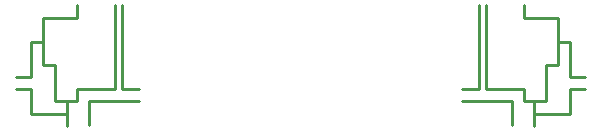
<source format=gbr>
%TF.GenerationSoftware,Altium Limited,CircuitMaker,2.0.2 (2.0.2.40)*%
G04 Layer_Color=16740166*
%FSLAX24Y24*%
%MOIN*%
%TF.SameCoordinates,FDAE7A5D-6217-40FD-BC7F-11D62B7A5D98*%
%TF.FilePolarity,Positive*%
%TF.FileFunction,Other,Mechanical_21*%
%TF.Part,Single*%
G01*
G75*
%TA.AperFunction,NonConductor*%
%ADD49C,0.0100*%
D49*
X21435Y19485D02*
Y19935D01*
X20285Y19485D02*
X21435D01*
X20285Y17935D02*
Y19485D01*
Y17935D02*
X20685D01*
Y16735D02*
Y17935D01*
Y16735D02*
X21435D01*
Y17135D01*
X22685D01*
Y19935D01*
X22935Y17135D02*
Y19935D01*
Y17135D02*
X23485D01*
X21835Y16735D02*
X23485D01*
X21835Y15935D02*
Y16735D01*
X21060D02*
X21085D01*
Y15885D02*
Y16735D01*
X19885Y16310D02*
X21085D01*
X19885D02*
Y17135D01*
X19385D02*
X19885D01*
X19385Y17535D02*
X19885D01*
Y18710D01*
X20285D01*
X36321Y19485D02*
Y19935D01*
Y19485D02*
X37471D01*
Y17935D02*
Y19485D01*
X37071Y17935D02*
X37471D01*
X37071Y16735D02*
Y17935D01*
X36321Y16735D02*
X37071D01*
X36321D02*
Y17135D01*
X35071D02*
X36321D01*
X35071D02*
Y19935D01*
X34821Y17135D02*
Y19935D01*
X34271Y17135D02*
X34821D01*
X34271Y16735D02*
X35921D01*
Y15935D02*
Y16735D01*
X36671D02*
X36696D01*
X36671Y15885D02*
Y16735D01*
Y16310D02*
X37871D01*
Y17135D01*
X38371D01*
X37871Y17535D02*
X38371D01*
X37871D02*
Y18710D01*
X37471D02*
X37871D01*
%TF.MD5,8218c80d89a1d538d756e22586225fd3*%
M02*

</source>
